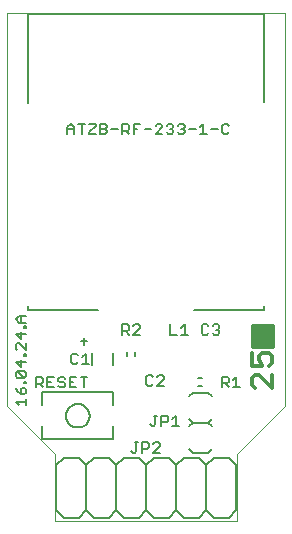
<source format=gto>
G75*
%MOIN*%
%OFA0B0*%
%FSLAX25Y25*%
%IPPOS*%
%LPD*%
%AMOC8*
5,1,8,0,0,1.08239X$1,22.5*
%
%ADD10C,0.00000*%
%ADD11C,0.01200*%
%ADD12C,0.01600*%
%ADD13C,0.00600*%
%ADD14C,0.00500*%
D10*
X0065100Y0041600D02*
X0065100Y0064000D01*
X0049100Y0080000D01*
X0049100Y0211100D01*
X0141900Y0211100D01*
X0141900Y0080000D01*
X0125900Y0064000D01*
X0125900Y0041600D01*
X0065100Y0041600D01*
D11*
X0130794Y0087034D02*
X0131928Y0085900D01*
X0130794Y0087034D02*
X0130794Y0089303D01*
X0131928Y0090437D01*
X0133063Y0090437D01*
X0137600Y0085900D01*
X0137600Y0090437D01*
X0136466Y0093266D02*
X0137600Y0094401D01*
X0137600Y0096669D01*
X0136466Y0097803D01*
X0134197Y0097803D01*
X0133063Y0096669D01*
X0133063Y0095535D01*
X0134197Y0093266D01*
X0130794Y0093266D01*
X0130794Y0097803D01*
D12*
X0131000Y0100100D02*
X0131000Y0106700D01*
X0137400Y0106700D01*
X0137400Y0100100D01*
X0131000Y0100100D01*
X0131000Y0100745D02*
X0137400Y0100745D01*
X0137400Y0102343D02*
X0131000Y0102343D01*
X0131000Y0103942D02*
X0137400Y0103942D01*
X0137400Y0105540D02*
X0131000Y0105540D01*
D13*
X0134870Y0112187D02*
X0134870Y0113400D01*
X0134870Y0112187D02*
X0111600Y0112187D01*
X0114518Y0107203D02*
X0113950Y0106636D01*
X0113950Y0104367D01*
X0114518Y0103800D01*
X0115652Y0103800D01*
X0116219Y0104367D01*
X0117634Y0104367D02*
X0118201Y0103800D01*
X0119335Y0103800D01*
X0119902Y0104367D01*
X0119902Y0104934D01*
X0119335Y0105501D01*
X0118768Y0105501D01*
X0119335Y0105501D02*
X0119902Y0106069D01*
X0119902Y0106636D01*
X0119335Y0107203D01*
X0118201Y0107203D01*
X0117634Y0106636D01*
X0116219Y0106636D02*
X0115652Y0107203D01*
X0114518Y0107203D01*
X0109468Y0103800D02*
X0107200Y0103800D01*
X0108334Y0103800D02*
X0108334Y0107203D01*
X0107200Y0106069D01*
X0105785Y0103800D02*
X0103517Y0103800D01*
X0103517Y0107203D01*
X0093452Y0106636D02*
X0092885Y0107203D01*
X0091750Y0107203D01*
X0091183Y0106636D01*
X0089769Y0106636D02*
X0089769Y0105501D01*
X0089201Y0104934D01*
X0087500Y0104934D01*
X0087500Y0103800D02*
X0087500Y0107203D01*
X0089201Y0107203D01*
X0089769Y0106636D01*
X0088634Y0104934D02*
X0089769Y0103800D01*
X0091183Y0103800D02*
X0093452Y0106069D01*
X0093452Y0106636D01*
X0093452Y0103800D02*
X0091183Y0103800D01*
X0091802Y0098001D02*
X0091802Y0096599D01*
X0088998Y0096599D02*
X0088998Y0098001D01*
X0096018Y0090262D02*
X0095450Y0089695D01*
X0095450Y0087426D01*
X0096018Y0086859D01*
X0097152Y0086859D01*
X0097719Y0087426D01*
X0099134Y0086859D02*
X0101402Y0089128D01*
X0101402Y0089695D01*
X0100835Y0090262D01*
X0099701Y0090262D01*
X0099134Y0089695D01*
X0097719Y0089695D02*
X0097152Y0090262D01*
X0096018Y0090262D01*
X0099134Y0086859D02*
X0101402Y0086859D01*
X0109700Y0083200D02*
X0111000Y0084500D01*
X0116000Y0084500D01*
X0117300Y0083200D01*
X0114201Y0086598D02*
X0112799Y0086598D01*
X0112799Y0089402D02*
X0114201Y0089402D01*
X0120700Y0089803D02*
X0120700Y0086400D01*
X0120700Y0087534D02*
X0122401Y0087534D01*
X0122969Y0088101D01*
X0122969Y0089236D01*
X0122401Y0089803D01*
X0120700Y0089803D01*
X0121834Y0087534D02*
X0122969Y0086400D01*
X0124383Y0086400D02*
X0126652Y0086400D01*
X0125517Y0086400D02*
X0125517Y0089803D01*
X0124383Y0088669D01*
X0117300Y0075800D02*
X0116000Y0074500D01*
X0117300Y0073200D01*
X0116000Y0074500D02*
X0111000Y0074500D01*
X0109700Y0075800D01*
X0111000Y0074500D02*
X0109700Y0073200D01*
X0106535Y0073400D02*
X0104266Y0073400D01*
X0105401Y0073400D02*
X0105401Y0076803D01*
X0104266Y0075669D01*
X0102852Y0076236D02*
X0102852Y0075101D01*
X0102285Y0074534D01*
X0100583Y0074534D01*
X0100583Y0073400D02*
X0100583Y0076803D01*
X0102285Y0076803D01*
X0102852Y0076236D01*
X0099169Y0076803D02*
X0098034Y0076803D01*
X0098601Y0076803D02*
X0098601Y0073967D01*
X0098034Y0073400D01*
X0097467Y0073400D01*
X0096900Y0073967D01*
X0095885Y0067903D02*
X0094183Y0067903D01*
X0094183Y0064500D01*
X0094183Y0065634D02*
X0095885Y0065634D01*
X0096452Y0066201D01*
X0096452Y0067336D01*
X0095885Y0067903D01*
X0097866Y0067336D02*
X0098433Y0067903D01*
X0099568Y0067903D01*
X0100135Y0067336D01*
X0100135Y0066769D01*
X0097866Y0064500D01*
X0100135Y0064500D01*
X0098000Y0062800D02*
X0103000Y0062800D01*
X0105500Y0060300D01*
X0105500Y0045300D01*
X0103000Y0042800D01*
X0098000Y0042800D01*
X0095500Y0045300D01*
X0095500Y0060300D01*
X0093000Y0062800D01*
X0088000Y0062800D01*
X0085500Y0060300D01*
X0085500Y0045300D01*
X0083000Y0042800D01*
X0078000Y0042800D01*
X0075500Y0045300D01*
X0073000Y0042800D01*
X0068000Y0042800D01*
X0065500Y0045300D01*
X0065500Y0060300D01*
X0068000Y0062800D01*
X0073000Y0062800D01*
X0075500Y0060300D01*
X0075500Y0045300D01*
X0085500Y0045300D02*
X0088000Y0042800D01*
X0093000Y0042800D01*
X0095500Y0045300D01*
X0105500Y0045300D02*
X0108000Y0042800D01*
X0113000Y0042800D01*
X0115500Y0045300D01*
X0115500Y0060300D01*
X0113000Y0062800D01*
X0108000Y0062800D01*
X0105500Y0060300D01*
X0111000Y0064500D02*
X0109800Y0065800D01*
X0111000Y0064500D02*
X0116000Y0064500D01*
X0117400Y0065800D01*
X0118000Y0062800D02*
X0123000Y0062800D01*
X0125500Y0060300D01*
X0125500Y0045300D01*
X0123000Y0042800D01*
X0118000Y0042800D01*
X0115500Y0045300D01*
X0115500Y0060300D02*
X0118000Y0062800D01*
X0098000Y0062800D02*
X0095500Y0060300D01*
X0091634Y0064500D02*
X0092201Y0065067D01*
X0092201Y0067903D01*
X0091634Y0067903D02*
X0092769Y0067903D01*
X0091634Y0064500D02*
X0091067Y0064500D01*
X0090500Y0065067D01*
X0085500Y0060300D02*
X0083000Y0062800D01*
X0078000Y0062800D01*
X0075500Y0060300D01*
X0055400Y0080200D02*
X0055400Y0082469D01*
X0055400Y0081334D02*
X0051997Y0081334D01*
X0053131Y0080200D01*
X0053699Y0083883D02*
X0053699Y0085585D01*
X0054266Y0086152D01*
X0054833Y0086152D01*
X0055400Y0085585D01*
X0055400Y0084450D01*
X0054833Y0083883D01*
X0053699Y0083883D01*
X0052564Y0085017D01*
X0051997Y0086152D01*
X0054833Y0087566D02*
X0054833Y0088133D01*
X0055400Y0088133D01*
X0055400Y0087566D01*
X0054833Y0087566D01*
X0054833Y0089408D02*
X0052564Y0089408D01*
X0051997Y0089975D01*
X0051997Y0091109D01*
X0052564Y0091676D01*
X0054833Y0089408D01*
X0055400Y0089975D01*
X0055400Y0091109D01*
X0054833Y0091676D01*
X0052564Y0091676D01*
X0053699Y0093091D02*
X0051997Y0094792D01*
X0055400Y0094792D01*
X0053699Y0095360D02*
X0053699Y0093091D01*
X0054833Y0096774D02*
X0054833Y0097341D01*
X0055400Y0097341D01*
X0055400Y0096774D01*
X0054833Y0096774D01*
X0055400Y0098616D02*
X0053131Y0100884D01*
X0052564Y0100884D01*
X0051997Y0100317D01*
X0051997Y0099183D01*
X0052564Y0098616D01*
X0053699Y0102299D02*
X0053699Y0104567D01*
X0055400Y0104000D02*
X0051997Y0104000D01*
X0053699Y0102299D01*
X0055400Y0100884D02*
X0055400Y0098616D01*
X0055400Y0105982D02*
X0054833Y0105982D01*
X0054833Y0106549D01*
X0055400Y0106549D01*
X0055400Y0105982D01*
X0055400Y0107824D02*
X0053131Y0107824D01*
X0051997Y0108958D01*
X0053131Y0110092D01*
X0055400Y0110092D01*
X0053699Y0110092D02*
X0053699Y0107824D01*
X0056130Y0112187D02*
X0056130Y0113400D01*
X0056130Y0112187D02*
X0079500Y0112187D01*
X0074799Y0102769D02*
X0074799Y0100500D01*
X0075933Y0101634D02*
X0073664Y0101634D01*
X0072202Y0097434D02*
X0071068Y0097434D01*
X0070501Y0096866D01*
X0070501Y0094598D01*
X0071068Y0094031D01*
X0072202Y0094031D01*
X0072769Y0094598D01*
X0074184Y0094031D02*
X0076453Y0094031D01*
X0075318Y0094031D02*
X0075318Y0097434D01*
X0074184Y0096299D01*
X0072769Y0096866D02*
X0072202Y0097434D01*
X0072218Y0089603D02*
X0069949Y0089603D01*
X0069949Y0086200D01*
X0072218Y0086200D01*
X0071084Y0087901D02*
X0069949Y0087901D01*
X0068535Y0087334D02*
X0068535Y0086767D01*
X0067968Y0086200D01*
X0066833Y0086200D01*
X0066266Y0086767D01*
X0066833Y0087901D02*
X0067968Y0087901D01*
X0068535Y0087334D01*
X0068535Y0089036D02*
X0067968Y0089603D01*
X0066833Y0089603D01*
X0066266Y0089036D01*
X0066266Y0088469D01*
X0066833Y0087901D01*
X0064852Y0086200D02*
X0062583Y0086200D01*
X0062583Y0089603D01*
X0064852Y0089603D01*
X0063717Y0087901D02*
X0062583Y0087901D01*
X0061169Y0087901D02*
X0061169Y0089036D01*
X0060601Y0089603D01*
X0058900Y0089603D01*
X0058900Y0086200D01*
X0058900Y0087334D02*
X0060601Y0087334D01*
X0061169Y0087901D01*
X0060034Y0087334D02*
X0061169Y0086200D01*
X0073633Y0089603D02*
X0075901Y0089603D01*
X0074767Y0089603D02*
X0074767Y0086200D01*
X0074002Y0170645D02*
X0074002Y0174048D01*
X0072868Y0174048D02*
X0075137Y0174048D01*
X0076551Y0174048D02*
X0078820Y0174048D01*
X0078820Y0173481D01*
X0076551Y0171212D01*
X0076551Y0170645D01*
X0078820Y0170645D01*
X0080234Y0170645D02*
X0080234Y0174048D01*
X0081936Y0174048D01*
X0082503Y0173481D01*
X0082503Y0172913D01*
X0081936Y0172346D01*
X0080234Y0172346D01*
X0080234Y0170645D02*
X0081936Y0170645D01*
X0082503Y0171212D01*
X0082503Y0171779D01*
X0081936Y0172346D01*
X0083918Y0172346D02*
X0086186Y0172346D01*
X0087601Y0171779D02*
X0089302Y0171779D01*
X0089869Y0172346D01*
X0089869Y0173481D01*
X0089302Y0174048D01*
X0087601Y0174048D01*
X0087601Y0170645D01*
X0088735Y0171779D02*
X0089869Y0170645D01*
X0091284Y0170645D02*
X0091284Y0174048D01*
X0093553Y0174048D01*
X0092418Y0172346D02*
X0091284Y0172346D01*
X0094967Y0172346D02*
X0097236Y0172346D01*
X0098650Y0173481D02*
X0099217Y0174048D01*
X0100352Y0174048D01*
X0100919Y0173481D01*
X0100919Y0172913D01*
X0098650Y0170645D01*
X0100919Y0170645D01*
X0102333Y0171212D02*
X0102900Y0170645D01*
X0104035Y0170645D01*
X0104602Y0171212D01*
X0104602Y0171779D01*
X0104035Y0172346D01*
X0103468Y0172346D01*
X0104035Y0172346D02*
X0104602Y0172913D01*
X0104602Y0173481D01*
X0104035Y0174048D01*
X0102900Y0174048D01*
X0102333Y0173481D01*
X0106016Y0173481D02*
X0106584Y0174048D01*
X0107718Y0174048D01*
X0108285Y0173481D01*
X0108285Y0172913D01*
X0107718Y0172346D01*
X0108285Y0171779D01*
X0108285Y0171212D01*
X0107718Y0170645D01*
X0106584Y0170645D01*
X0106016Y0171212D01*
X0107151Y0172346D02*
X0107718Y0172346D01*
X0109700Y0172346D02*
X0111968Y0172346D01*
X0113383Y0172913D02*
X0114517Y0174048D01*
X0114517Y0170645D01*
X0113383Y0170645D02*
X0115651Y0170645D01*
X0117066Y0172346D02*
X0119335Y0172346D01*
X0120749Y0171212D02*
X0121316Y0170645D01*
X0122451Y0170645D01*
X0123018Y0171212D01*
X0123018Y0173481D02*
X0122451Y0174048D01*
X0121316Y0174048D01*
X0120749Y0173481D01*
X0120749Y0171212D01*
X0134870Y0181400D02*
X0134870Y0210613D01*
X0056130Y0210613D01*
X0056130Y0181100D01*
X0069185Y0172913D02*
X0069185Y0170645D01*
X0069185Y0172346D02*
X0071454Y0172346D01*
X0071454Y0172913D02*
X0071454Y0170645D01*
X0071454Y0172913D02*
X0070319Y0174048D01*
X0069185Y0172913D01*
D14*
X0060909Y0068926D02*
X0084531Y0068926D01*
X0084531Y0073257D01*
X0084531Y0080343D02*
X0084531Y0084674D01*
X0060909Y0084674D01*
X0060909Y0080343D01*
X0060909Y0073257D02*
X0060909Y0068926D01*
X0068783Y0076800D02*
X0068785Y0076925D01*
X0068791Y0077050D01*
X0068801Y0077174D01*
X0068815Y0077298D01*
X0068832Y0077422D01*
X0068854Y0077545D01*
X0068880Y0077667D01*
X0068909Y0077789D01*
X0068942Y0077909D01*
X0068980Y0078028D01*
X0069020Y0078147D01*
X0069065Y0078263D01*
X0069113Y0078378D01*
X0069165Y0078492D01*
X0069221Y0078604D01*
X0069280Y0078714D01*
X0069342Y0078822D01*
X0069408Y0078929D01*
X0069477Y0079033D01*
X0069550Y0079134D01*
X0069625Y0079234D01*
X0069704Y0079331D01*
X0069786Y0079425D01*
X0069871Y0079517D01*
X0069958Y0079606D01*
X0070049Y0079692D01*
X0070142Y0079775D01*
X0070238Y0079856D01*
X0070336Y0079933D01*
X0070436Y0080007D01*
X0070539Y0080078D01*
X0070644Y0080145D01*
X0070752Y0080210D01*
X0070861Y0080270D01*
X0070972Y0080328D01*
X0071085Y0080381D01*
X0071199Y0080431D01*
X0071315Y0080478D01*
X0071432Y0080520D01*
X0071551Y0080559D01*
X0071671Y0080595D01*
X0071792Y0080626D01*
X0071914Y0080654D01*
X0072036Y0080677D01*
X0072160Y0080697D01*
X0072284Y0080713D01*
X0072408Y0080725D01*
X0072533Y0080733D01*
X0072658Y0080737D01*
X0072782Y0080737D01*
X0072907Y0080733D01*
X0073032Y0080725D01*
X0073156Y0080713D01*
X0073280Y0080697D01*
X0073404Y0080677D01*
X0073526Y0080654D01*
X0073648Y0080626D01*
X0073769Y0080595D01*
X0073889Y0080559D01*
X0074008Y0080520D01*
X0074125Y0080478D01*
X0074241Y0080431D01*
X0074355Y0080381D01*
X0074468Y0080328D01*
X0074579Y0080270D01*
X0074689Y0080210D01*
X0074796Y0080145D01*
X0074901Y0080078D01*
X0075004Y0080007D01*
X0075104Y0079933D01*
X0075202Y0079856D01*
X0075298Y0079775D01*
X0075391Y0079692D01*
X0075482Y0079606D01*
X0075569Y0079517D01*
X0075654Y0079425D01*
X0075736Y0079331D01*
X0075815Y0079234D01*
X0075890Y0079134D01*
X0075963Y0079033D01*
X0076032Y0078929D01*
X0076098Y0078822D01*
X0076160Y0078714D01*
X0076219Y0078604D01*
X0076275Y0078492D01*
X0076327Y0078378D01*
X0076375Y0078263D01*
X0076420Y0078147D01*
X0076460Y0078028D01*
X0076498Y0077909D01*
X0076531Y0077789D01*
X0076560Y0077667D01*
X0076586Y0077545D01*
X0076608Y0077422D01*
X0076625Y0077298D01*
X0076639Y0077174D01*
X0076649Y0077050D01*
X0076655Y0076925D01*
X0076657Y0076800D01*
X0076655Y0076675D01*
X0076649Y0076550D01*
X0076639Y0076426D01*
X0076625Y0076302D01*
X0076608Y0076178D01*
X0076586Y0076055D01*
X0076560Y0075933D01*
X0076531Y0075811D01*
X0076498Y0075691D01*
X0076460Y0075572D01*
X0076420Y0075453D01*
X0076375Y0075337D01*
X0076327Y0075222D01*
X0076275Y0075108D01*
X0076219Y0074996D01*
X0076160Y0074886D01*
X0076098Y0074778D01*
X0076032Y0074671D01*
X0075963Y0074567D01*
X0075890Y0074466D01*
X0075815Y0074366D01*
X0075736Y0074269D01*
X0075654Y0074175D01*
X0075569Y0074083D01*
X0075482Y0073994D01*
X0075391Y0073908D01*
X0075298Y0073825D01*
X0075202Y0073744D01*
X0075104Y0073667D01*
X0075004Y0073593D01*
X0074901Y0073522D01*
X0074796Y0073455D01*
X0074688Y0073390D01*
X0074579Y0073330D01*
X0074468Y0073272D01*
X0074355Y0073219D01*
X0074241Y0073169D01*
X0074125Y0073122D01*
X0074008Y0073080D01*
X0073889Y0073041D01*
X0073769Y0073005D01*
X0073648Y0072974D01*
X0073526Y0072946D01*
X0073404Y0072923D01*
X0073280Y0072903D01*
X0073156Y0072887D01*
X0073032Y0072875D01*
X0072907Y0072867D01*
X0072782Y0072863D01*
X0072658Y0072863D01*
X0072533Y0072867D01*
X0072408Y0072875D01*
X0072284Y0072887D01*
X0072160Y0072903D01*
X0072036Y0072923D01*
X0071914Y0072946D01*
X0071792Y0072974D01*
X0071671Y0073005D01*
X0071551Y0073041D01*
X0071432Y0073080D01*
X0071315Y0073122D01*
X0071199Y0073169D01*
X0071085Y0073219D01*
X0070972Y0073272D01*
X0070861Y0073330D01*
X0070751Y0073390D01*
X0070644Y0073455D01*
X0070539Y0073522D01*
X0070436Y0073593D01*
X0070336Y0073667D01*
X0070238Y0073744D01*
X0070142Y0073825D01*
X0070049Y0073908D01*
X0069958Y0073994D01*
X0069871Y0074083D01*
X0069786Y0074175D01*
X0069704Y0074269D01*
X0069625Y0074366D01*
X0069550Y0074466D01*
X0069477Y0074567D01*
X0069408Y0074671D01*
X0069342Y0074778D01*
X0069280Y0074886D01*
X0069221Y0074996D01*
X0069165Y0075108D01*
X0069113Y0075222D01*
X0069065Y0075337D01*
X0069020Y0075453D01*
X0068980Y0075572D01*
X0068942Y0075691D01*
X0068909Y0075811D01*
X0068880Y0075933D01*
X0068854Y0076055D01*
X0068832Y0076178D01*
X0068815Y0076302D01*
X0068801Y0076426D01*
X0068791Y0076550D01*
X0068785Y0076675D01*
X0068783Y0076800D01*
X0077400Y0093600D02*
X0077400Y0097600D01*
X0084400Y0097600D02*
X0084400Y0093600D01*
M02*

</source>
